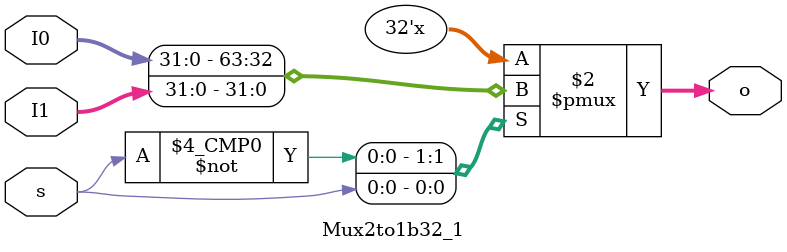
<source format=v>
`timescale 1ns / 1ps
module Mux2to1b32_1(
		input s,
		input [31:0] I0,
		input [31:0] I1,
		output reg [31:0] o
    );
    always @(*) begin
    	case(s)
			1'b0: o = I0;
			1'b1: o = I1;
			default: o = I0;
		endcase

    end
endmodule

</source>
